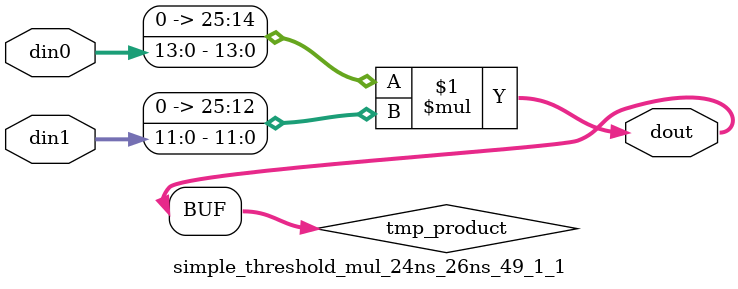
<source format=v>

`timescale 1 ns / 1 ps

  module simple_threshold_mul_24ns_26ns_49_1_1(din0, din1, dout);
parameter ID = 1;
parameter NUM_STAGE = 0;
parameter din0_WIDTH = 14;
parameter din1_WIDTH = 12;
parameter dout_WIDTH = 26;

input [din0_WIDTH - 1 : 0] din0; 
input [din1_WIDTH - 1 : 0] din1; 
output [dout_WIDTH - 1 : 0] dout;

wire signed [dout_WIDTH - 1 : 0] tmp_product;










assign tmp_product = $signed({1'b0, din0}) * $signed({1'b0, din1});











assign dout = tmp_product;







endmodule

</source>
